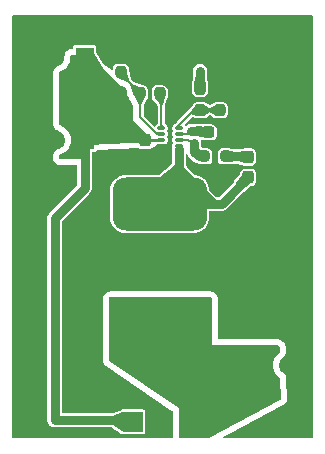
<source format=gtl>
G04 #@! TF.GenerationSoftware,KiCad,Pcbnew,8.0.6*
G04 #@! TF.CreationDate,2024-11-13T16:27:34-08:00*
G04 #@! TF.ProjectId,snes_switching_regulator,736e6573-5f73-4776-9974-6368696e675f,A*
G04 #@! TF.SameCoordinates,Original*
G04 #@! TF.FileFunction,Copper,L1,Top*
G04 #@! TF.FilePolarity,Positive*
%FSLAX46Y46*%
G04 Gerber Fmt 4.6, Leading zero omitted, Abs format (unit mm)*
G04 Created by KiCad (PCBNEW 8.0.6) date 2024-11-13 16:27:34*
%MOMM*%
%LPD*%
G01*
G04 APERTURE LIST*
G04 Aperture macros list*
%AMRoundRect*
0 Rectangle with rounded corners*
0 $1 Rounding radius*
0 $2 $3 $4 $5 $6 $7 $8 $9 X,Y pos of 4 corners*
0 Add a 4 corners polygon primitive as box body*
4,1,4,$2,$3,$4,$5,$6,$7,$8,$9,$2,$3,0*
0 Add four circle primitives for the rounded corners*
1,1,$1+$1,$2,$3*
1,1,$1+$1,$4,$5*
1,1,$1+$1,$6,$7*
1,1,$1+$1,$8,$9*
0 Add four rect primitives between the rounded corners*
20,1,$1+$1,$2,$3,$4,$5,0*
20,1,$1+$1,$4,$5,$6,$7,0*
20,1,$1+$1,$6,$7,$8,$9,0*
20,1,$1+$1,$8,$9,$2,$3,0*%
G04 Aperture macros list end*
G04 #@! TA.AperFunction,SMDPad,CuDef*
%ADD10RoundRect,0.237500X0.237500X-0.250000X0.237500X0.250000X-0.237500X0.250000X-0.237500X-0.250000X0*%
G04 #@! TD*
G04 #@! TA.AperFunction,ComponentPad*
%ADD11R,1.600000X1.600000*%
G04 #@! TD*
G04 #@! TA.AperFunction,ComponentPad*
%ADD12C,1.600000*%
G04 #@! TD*
G04 #@! TA.AperFunction,SMDPad,CuDef*
%ADD13RoundRect,0.237500X-0.237500X0.300000X-0.237500X-0.300000X0.237500X-0.300000X0.237500X0.300000X0*%
G04 #@! TD*
G04 #@! TA.AperFunction,SMDPad,CuDef*
%ADD14RoundRect,1.125000X-2.875000X1.125000X-2.875000X-1.125000X2.875000X-1.125000X2.875000X1.125000X0*%
G04 #@! TD*
G04 #@! TA.AperFunction,SMDPad,CuDef*
%ADD15RoundRect,0.237500X-0.250000X-0.237500X0.250000X-0.237500X0.250000X0.237500X-0.250000X0.237500X0*%
G04 #@! TD*
G04 #@! TA.AperFunction,SMDPad,CuDef*
%ADD16RoundRect,0.050000X-0.285000X-0.100000X0.285000X-0.100000X0.285000X0.100000X-0.285000X0.100000X0*%
G04 #@! TD*
G04 #@! TA.AperFunction,SMDPad,CuDef*
%ADD17RoundRect,0.237500X-0.300000X-0.237500X0.300000X-0.237500X0.300000X0.237500X-0.300000X0.237500X0*%
G04 #@! TD*
G04 #@! TA.AperFunction,ComponentPad*
%ADD18O,1.700000X1.700000*%
G04 #@! TD*
G04 #@! TA.AperFunction,ComponentPad*
%ADD19R,1.700000X1.700000*%
G04 #@! TD*
G04 #@! TA.AperFunction,ViaPad*
%ADD20C,0.600000*%
G04 #@! TD*
G04 #@! TA.AperFunction,Conductor*
%ADD21C,0.800000*%
G04 #@! TD*
G04 #@! TA.AperFunction,Conductor*
%ADD22C,0.200000*%
G04 #@! TD*
G04 #@! TA.AperFunction,Conductor*
%ADD23C,0.250000*%
G04 #@! TD*
G04 APERTURE END LIST*
D10*
X134112000Y-105744000D03*
X134112000Y-107569000D03*
D11*
X129412380Y-104481000D03*
D12*
X126912380Y-104481000D03*
D13*
X134493000Y-113284000D03*
X134493000Y-111559000D03*
D10*
X139192000Y-107164500D03*
X139192000Y-108989500D03*
D14*
X135763000Y-116924000D03*
X135763000Y-127424000D03*
D10*
X140843000Y-107164500D03*
X140843000Y-108989500D03*
D15*
X141374500Y-112903000D03*
X139549500Y-112903000D03*
D10*
X135763000Y-105744000D03*
X135763000Y-107569000D03*
D16*
X137392000Y-110502000D03*
X137392000Y-111002000D03*
X137392000Y-111502000D03*
X137392000Y-112002000D03*
X135912000Y-112002000D03*
X135912000Y-111502000D03*
X135912000Y-111002000D03*
X135912000Y-110502000D03*
D10*
X132461000Y-105744000D03*
X132461000Y-107569000D03*
D11*
X129452380Y-111506000D03*
D12*
X126952380Y-111506000D03*
D17*
X141578500Y-110871000D03*
X139853500Y-110871000D03*
D13*
X143256000Y-114681000D03*
X143256000Y-112956000D03*
D11*
X144185000Y-130556000D03*
D12*
X146685000Y-130556000D03*
D18*
X138557000Y-135382000D03*
X136017000Y-135382000D03*
D19*
X133477000Y-135382000D03*
D20*
X127889000Y-133985000D03*
X143510000Y-125984000D03*
X125857000Y-133985000D03*
X131699000Y-113792000D03*
X148336000Y-108458000D03*
X145034000Y-113538000D03*
X124333000Y-126238000D03*
X148336000Y-116078000D03*
X148336000Y-109728000D03*
X148336000Y-118745000D03*
X145034000Y-107188000D03*
X137033000Y-105537000D03*
X146812000Y-127254000D03*
X148336000Y-107188000D03*
X146812000Y-133731000D03*
X148336000Y-120015000D03*
X127889000Y-130048000D03*
X129159000Y-131318000D03*
X146812000Y-136271000D03*
X123698000Y-106426000D03*
X145034000Y-117602000D03*
X127889000Y-127508000D03*
X145034000Y-122682000D03*
X148336000Y-133731000D03*
X125222000Y-108966000D03*
X145034000Y-120015000D03*
X129159000Y-132715000D03*
X143510000Y-117602000D03*
X123698000Y-107696000D03*
X148336000Y-128651000D03*
X148336000Y-135001000D03*
X125857000Y-127508000D03*
X123698000Y-105156000D03*
X123698000Y-114046000D03*
X127889000Y-128905000D03*
X135763000Y-113919000D03*
X148336000Y-121412000D03*
X145034000Y-121412000D03*
X143510000Y-110998000D03*
X145034000Y-108458000D03*
X124333000Y-131318000D03*
X129159000Y-124841000D03*
X125222000Y-103886000D03*
X129159000Y-127508000D03*
X123698000Y-108966000D03*
X147066000Y-109728000D03*
X148336000Y-136271000D03*
X125222000Y-110236000D03*
X147066000Y-112268000D03*
X147066000Y-122682000D03*
X129159000Y-123571000D03*
X125222000Y-107696000D03*
X129159000Y-128905000D03*
X147066000Y-107188000D03*
X148336000Y-127254000D03*
X127889000Y-122428000D03*
X133223000Y-113792000D03*
X143510000Y-107188000D03*
X125222000Y-105156000D03*
X124333000Y-130048000D03*
X147066000Y-121412000D03*
X125857000Y-122428000D03*
X125222000Y-112776000D03*
X146812000Y-128651000D03*
X129159000Y-122428000D03*
X124333000Y-133985000D03*
X123698000Y-112776000D03*
X124333000Y-123571000D03*
X147066000Y-120015000D03*
X147066000Y-118745000D03*
X143510000Y-121412000D03*
X137033000Y-108077000D03*
X145034000Y-118745000D03*
X146812000Y-135001000D03*
X143510000Y-108458000D03*
X127889000Y-124841000D03*
X125857000Y-131318000D03*
X143510000Y-120015000D03*
X127889000Y-131318000D03*
X124333000Y-132715000D03*
X145034000Y-114808000D03*
X148336000Y-122682000D03*
X125857000Y-124841000D03*
X125857000Y-130048000D03*
X145034000Y-116078000D03*
X137033000Y-109347000D03*
X134112000Y-104624500D03*
X127889000Y-123571000D03*
X137033000Y-106807000D03*
X148336000Y-125984000D03*
X145034000Y-109728000D03*
X141986000Y-108458000D03*
X147066000Y-117602000D03*
X141986000Y-109728000D03*
X143510000Y-124714000D03*
X147066000Y-116078000D03*
X125222000Y-111506000D03*
X135763000Y-104624500D03*
X135763000Y-113030000D03*
X147066000Y-113538000D03*
X148336000Y-117602000D03*
X124333000Y-122428000D03*
X133223000Y-112649000D03*
X127889000Y-126238000D03*
X131699000Y-112649000D03*
X127889000Y-132715000D03*
X145034000Y-112268000D03*
X129159000Y-130048000D03*
X124333000Y-124841000D03*
X125857000Y-126238000D03*
X148336000Y-110998000D03*
X123698000Y-103886000D03*
X148336000Y-113538000D03*
X125222000Y-106426000D03*
X143510000Y-122682000D03*
X147066000Y-108458000D03*
X129159000Y-126238000D03*
X146812000Y-125984000D03*
X125222000Y-114046000D03*
X124333000Y-128905000D03*
X148336000Y-112268000D03*
X143510000Y-118745000D03*
X125857000Y-132715000D03*
X125857000Y-128905000D03*
X147066000Y-114808000D03*
X123698000Y-111506000D03*
X143510000Y-109728000D03*
X145034000Y-110998000D03*
X148336000Y-114808000D03*
X123698000Y-110236000D03*
X143510000Y-127381000D03*
X147066000Y-110998000D03*
X141986000Y-107188000D03*
X124333000Y-127508000D03*
X129159000Y-133985000D03*
X125857000Y-123571000D03*
X139192000Y-105664000D03*
D21*
X141374500Y-112903000D02*
X143203000Y-112903000D01*
D22*
X143203000Y-112903000D02*
X143256000Y-112956000D01*
X137392000Y-112246000D02*
X137392000Y-112002000D01*
D21*
X137414000Y-114046000D02*
X137457000Y-114046000D01*
X143256000Y-114681000D02*
X141013000Y-116924000D01*
D22*
X137392000Y-115295000D02*
X135763000Y-116924000D01*
D21*
X137457000Y-114046000D02*
X140335000Y-116924000D01*
X141013000Y-116924000D02*
X140335000Y-116924000D01*
X137414000Y-115273000D02*
X135763000Y-116924000D01*
X137414000Y-114046000D02*
X137414000Y-115273000D01*
X140335000Y-116924000D02*
X135763000Y-116924000D01*
X137414000Y-112268000D02*
X137414000Y-114046000D01*
D22*
X137414000Y-112024000D02*
X137392000Y-112002000D01*
X137414000Y-112268000D02*
X137392000Y-112246000D01*
D21*
X135763000Y-104624500D02*
X135763000Y-105744000D01*
X134112000Y-104624500D02*
X134112000Y-105744000D01*
D22*
X138430000Y-110744000D02*
X138172000Y-111002000D01*
X139726500Y-110744000D02*
X139853500Y-110871000D01*
D21*
X138430000Y-110744000D02*
X139726500Y-110744000D01*
D22*
X138172000Y-111002000D02*
X137392000Y-111002000D01*
D21*
X139192000Y-105664000D02*
X139192000Y-107164500D01*
D22*
X137392000Y-110502000D02*
X137392000Y-110258000D01*
X139192000Y-108989500D02*
X140843000Y-108989500D01*
X137392000Y-110258000D02*
X138660500Y-108989500D01*
X138660500Y-108989500D02*
X139192000Y-108989500D01*
X135912000Y-107718000D02*
X135763000Y-107569000D01*
X135912000Y-110502000D02*
X135912000Y-107718000D01*
X134112000Y-107569000D02*
X134112000Y-109601000D01*
X132461000Y-105918000D02*
X134112000Y-107569000D01*
X135513000Y-111002000D02*
X135912000Y-111002000D01*
X132461000Y-105744000D02*
X132461000Y-105918000D01*
X134112000Y-109601000D02*
X135513000Y-111002000D01*
X138172000Y-111502000D02*
X137392000Y-111502000D01*
X138493500Y-111569500D02*
X138684000Y-111760000D01*
D21*
X138684000Y-112522000D02*
X139065000Y-112903000D01*
D22*
X138239500Y-111569500D02*
X138172000Y-111502000D01*
X139065000Y-112903000D02*
X139549500Y-112903000D01*
D21*
X138684000Y-111760000D02*
X138684000Y-112522000D01*
D22*
X138239500Y-111569500D02*
X138493500Y-111569500D01*
D21*
X129413000Y-111545380D02*
X129452380Y-111506000D01*
X132461000Y-107569000D02*
X132461000Y-109527000D01*
X126873000Y-135255000D02*
X126873000Y-118110000D01*
X129452380Y-111506000D02*
X129452380Y-104521000D01*
X132461000Y-109527000D02*
X134493000Y-111559000D01*
X126873000Y-118110000D02*
X129413000Y-115570000D01*
X129452380Y-104521000D02*
X129412380Y-104481000D01*
D23*
X135001000Y-111506000D02*
X135908000Y-111506000D01*
D21*
X129413000Y-115570000D02*
X129413000Y-111545380D01*
X129412380Y-104520380D02*
X132461000Y-107569000D01*
X129412380Y-104481000D02*
X129412380Y-104520380D01*
X133350000Y-135255000D02*
X126873000Y-135255000D01*
X133477000Y-135382000D02*
X133350000Y-135255000D01*
G04 #@! TA.AperFunction,Conductor*
G36*
X140151039Y-124860685D02*
G01*
X140196794Y-124913489D01*
X140208000Y-124965000D01*
X140208000Y-128905000D01*
X145802397Y-128905000D01*
X145869436Y-128924685D01*
X145915191Y-128977489D01*
X145926349Y-129025557D01*
X145937411Y-129423821D01*
X145919596Y-129491381D01*
X145884584Y-129528838D01*
X145845858Y-129555954D01*
X145684954Y-129716858D01*
X145554432Y-129903265D01*
X145554431Y-129903267D01*
X145458261Y-130109502D01*
X145458258Y-130109511D01*
X145399366Y-130329302D01*
X145399364Y-130329313D01*
X145379532Y-130555998D01*
X145379532Y-130556001D01*
X145399364Y-130782686D01*
X145399366Y-130782697D01*
X145458258Y-131002488D01*
X145458261Y-131002497D01*
X145554431Y-131208732D01*
X145554432Y-131208734D01*
X145684954Y-131395141D01*
X145845857Y-131556044D01*
X145845860Y-131556046D01*
X145845861Y-131556047D01*
X145948534Y-131627939D01*
X145992159Y-131682514D01*
X146001363Y-131726070D01*
X146047883Y-133400821D01*
X146030068Y-133468381D01*
X145982990Y-133513296D01*
X139981633Y-136764032D01*
X139922574Y-136779000D01*
X137538000Y-136779000D01*
X137470961Y-136759315D01*
X137425206Y-136706511D01*
X137414000Y-136655000D01*
X137414000Y-134238999D01*
X131499214Y-130211911D01*
X131454877Y-130157911D01*
X131445000Y-130109413D01*
X131445000Y-124965000D01*
X131464685Y-124897961D01*
X131517489Y-124852206D01*
X131569000Y-124841000D01*
X140084000Y-124841000D01*
X140151039Y-124860685D01*
G37*
G04 #@! TD.AperFunction*
G04 #@! TA.AperFunction,Conductor*
G36*
X128991896Y-104314948D02*
G01*
X129058365Y-104336474D01*
X129060912Y-104338260D01*
X131444789Y-106054876D01*
X131487689Y-106110025D01*
X131494406Y-106137629D01*
X131494408Y-106137629D01*
X131494422Y-106137695D01*
X131495686Y-106142889D01*
X131495824Y-106144246D01*
X131495825Y-106144250D01*
X131495826Y-106144253D01*
X131550092Y-106308016D01*
X131640660Y-106454850D01*
X131762650Y-106576840D01*
X131909484Y-106667408D01*
X132073247Y-106721674D01*
X132079863Y-106723090D01*
X132079688Y-106723903D01*
X132114253Y-106733948D01*
X132723731Y-107038947D01*
X132755920Y-107062155D01*
X132840012Y-107146248D01*
X132867774Y-107188666D01*
X133131123Y-107860346D01*
X133139037Y-107893007D01*
X133146826Y-107969253D01*
X133146826Y-107969256D01*
X133165345Y-108025141D01*
X133166867Y-108031069D01*
X133167019Y-108031026D01*
X133168701Y-108036872D01*
X133170553Y-108041529D01*
X133173033Y-108048339D01*
X133201094Y-108133022D01*
X133211824Y-108150418D01*
X133221502Y-108169678D01*
X133221856Y-108170569D01*
X133221860Y-108170578D01*
X133307020Y-108318891D01*
X133495034Y-108646335D01*
X133511500Y-108708079D01*
X133511500Y-109514330D01*
X133511499Y-109514348D01*
X133511499Y-109680054D01*
X133511498Y-109680054D01*
X133511499Y-109680057D01*
X133552423Y-109832785D01*
X133578973Y-109878771D01*
X133631477Y-109969712D01*
X133631481Y-109969717D01*
X133750349Y-110088585D01*
X133750355Y-110088590D01*
X135028139Y-111366374D01*
X135028149Y-111366385D01*
X135032479Y-111370715D01*
X135032480Y-111370716D01*
X135127049Y-111465285D01*
X135160533Y-111526606D01*
X135155549Y-111596298D01*
X135113678Y-111652232D01*
X135048214Y-111676649D01*
X135044654Y-111676852D01*
X129675320Y-111905999D01*
X129433665Y-113058448D01*
X129400641Y-113120021D01*
X129339571Y-113153965D01*
X129312304Y-113157000D01*
X127378000Y-113157000D01*
X127310961Y-113137315D01*
X127265206Y-113084511D01*
X127254000Y-113033000D01*
X127254000Y-112866707D01*
X127273685Y-112799668D01*
X127326489Y-112753913D01*
X127345907Y-112746932D01*
X127363685Y-112742168D01*
X127398876Y-112732739D01*
X127605114Y-112636568D01*
X127791519Y-112506047D01*
X127952427Y-112345139D01*
X128082948Y-112158734D01*
X128179119Y-111952496D01*
X128238015Y-111732692D01*
X128257848Y-111506000D01*
X128238015Y-111279308D01*
X128179119Y-111059504D01*
X128082948Y-110853266D01*
X127952427Y-110666861D01*
X127952425Y-110666858D01*
X127791521Y-110505954D01*
X127605114Y-110375432D01*
X127605112Y-110375431D01*
X127398875Y-110279260D01*
X127345905Y-110265067D01*
X127286245Y-110228702D01*
X127255717Y-110165855D01*
X127254000Y-110145293D01*
X127254000Y-105830989D01*
X127273685Y-105763950D01*
X127326489Y-105718195D01*
X127345909Y-105711214D01*
X127358863Y-105707743D01*
X127358868Y-105707740D01*
X127358876Y-105707739D01*
X127565114Y-105611568D01*
X127751519Y-105481047D01*
X127912427Y-105320139D01*
X128042948Y-105133734D01*
X128139119Y-104927496D01*
X128198015Y-104707692D01*
X128217848Y-104481000D01*
X128213538Y-104431736D01*
X128227305Y-104363237D01*
X128275920Y-104313054D01*
X128340485Y-104296976D01*
X128991896Y-104314948D01*
G37*
G04 #@! TD.AperFunction*
G04 #@! TA.AperFunction,Conductor*
G36*
X148710148Y-100971852D02*
G01*
X148724500Y-101006500D01*
X148724500Y-136737500D01*
X148710148Y-136772148D01*
X148675500Y-136786500D01*
X141194838Y-136786500D01*
X141160190Y-136772148D01*
X141145838Y-136737500D01*
X141160190Y-136702852D01*
X141171500Y-136694415D01*
X141655035Y-136432500D01*
X146223751Y-133957778D01*
X146331932Y-133879042D01*
X146379010Y-133834127D01*
X146462748Y-133729759D01*
X146518860Y-133597271D01*
X146536675Y-133529711D01*
X146553188Y-133386785D01*
X146506668Y-131712034D01*
X146495941Y-131621559D01*
X146493085Y-131608045D01*
X146486742Y-131578024D01*
X146486737Y-131578004D01*
X146459941Y-131490915D01*
X146459940Y-131490913D01*
X146387013Y-131366887D01*
X146387012Y-131366885D01*
X146343387Y-131312310D01*
X146343384Y-131312307D01*
X146238478Y-131213858D01*
X146238477Y-131213857D01*
X146175533Y-131169784D01*
X146168990Y-131164293D01*
X146076706Y-131072009D01*
X146071215Y-131065466D01*
X145996337Y-130958527D01*
X145992067Y-130951131D01*
X145936898Y-130832823D01*
X145933977Y-130824796D01*
X145900193Y-130698712D01*
X145898712Y-130690316D01*
X145887335Y-130560261D01*
X145887335Y-130551734D01*
X145898712Y-130421680D01*
X145900193Y-130413286D01*
X145933979Y-130287194D01*
X145936895Y-130279180D01*
X145992068Y-130160862D01*
X145996337Y-130153470D01*
X146071219Y-130046525D01*
X146076700Y-130039994D01*
X146168991Y-129947703D01*
X146173636Y-129943869D01*
X146173513Y-129943711D01*
X146174518Y-129942926D01*
X146174518Y-129942925D01*
X146174525Y-129942921D01*
X146253876Y-129874024D01*
X146288888Y-129836567D01*
X146352276Y-129752759D01*
X146408388Y-129620271D01*
X146426203Y-129552711D01*
X146442716Y-129409786D01*
X146431654Y-129011522D01*
X146418757Y-128911255D01*
X146407599Y-128863187D01*
X146375010Y-128767496D01*
X146297222Y-128646457D01*
X146297221Y-128646456D01*
X146297220Y-128646454D01*
X146251467Y-128593652D01*
X146142733Y-128499433D01*
X146142730Y-128499431D01*
X146011857Y-128439662D01*
X145944821Y-128419977D01*
X145944801Y-128419974D01*
X145802401Y-128399500D01*
X145802397Y-128399500D01*
X140762500Y-128399500D01*
X140727852Y-128385148D01*
X140713500Y-128350500D01*
X140713500Y-124964993D01*
X140701948Y-124857557D01*
X140701947Y-124857544D01*
X140690741Y-124806033D01*
X140656613Y-124703496D01*
X140578825Y-124582457D01*
X140578824Y-124582456D01*
X140578823Y-124582454D01*
X140533070Y-124529652D01*
X140424336Y-124435433D01*
X140424333Y-124435431D01*
X140293460Y-124375662D01*
X140226424Y-124355977D01*
X140226404Y-124355974D01*
X140084004Y-124335500D01*
X140084000Y-124335500D01*
X131569000Y-124335500D01*
X131568994Y-124335500D01*
X131461557Y-124347051D01*
X131461534Y-124347054D01*
X131410039Y-124358257D01*
X131410019Y-124358263D01*
X131307496Y-124392387D01*
X131307492Y-124392389D01*
X131186454Y-124470176D01*
X131133652Y-124515929D01*
X131039433Y-124624663D01*
X131039431Y-124624666D01*
X130979662Y-124755539D01*
X130959977Y-124822575D01*
X130959974Y-124822595D01*
X130939500Y-124964995D01*
X130939500Y-130109412D01*
X130949667Y-130210286D01*
X130949668Y-130210293D01*
X130959541Y-130258776D01*
X130989645Y-130355624D01*
X131064188Y-130478679D01*
X131064197Y-130478692D01*
X131091566Y-130512025D01*
X131108529Y-130532685D01*
X131214723Y-130629757D01*
X136660385Y-134337441D01*
X136887077Y-134491784D01*
X136907640Y-134523146D01*
X136908500Y-134532287D01*
X136908500Y-136655006D01*
X136916806Y-136732262D01*
X136906241Y-136768246D01*
X136873325Y-136786219D01*
X136868087Y-136786500D01*
X123358500Y-136786500D01*
X123323852Y-136772148D01*
X123309500Y-136737500D01*
X123309500Y-118030940D01*
X126272499Y-118030940D01*
X126272499Y-118193000D01*
X126272500Y-118193013D01*
X126272500Y-135334060D01*
X126313422Y-135486782D01*
X126313423Y-135486786D01*
X126392475Y-135623709D01*
X126392478Y-135623713D01*
X126392480Y-135623716D01*
X126504284Y-135735520D01*
X126504287Y-135735521D01*
X126504290Y-135735524D01*
X126641213Y-135814576D01*
X126641215Y-135814576D01*
X126641216Y-135814577D01*
X126761665Y-135846851D01*
X126793939Y-135855499D01*
X126793940Y-135855500D01*
X126793943Y-135855500D01*
X131697581Y-135855500D01*
X131723002Y-135862610D01*
X132416875Y-136283691D01*
X132436722Y-136306826D01*
X132438132Y-136310230D01*
X132482447Y-136376552D01*
X132509012Y-136394301D01*
X132548769Y-136420867D01*
X132607252Y-136432500D01*
X132607255Y-136432500D01*
X134346745Y-136432500D01*
X134346748Y-136432500D01*
X134405231Y-136420867D01*
X134471552Y-136376552D01*
X134515867Y-136310231D01*
X134527500Y-136251748D01*
X134527500Y-134512252D01*
X134515867Y-134453769D01*
X134489301Y-134414012D01*
X134471552Y-134387447D01*
X134431795Y-134360882D01*
X134405231Y-134343133D01*
X134346748Y-134331500D01*
X134346745Y-134331500D01*
X132648758Y-134331500D01*
X132636447Y-134329928D01*
X132634962Y-134329542D01*
X132630484Y-134329409D01*
X132626009Y-134329277D01*
X132626008Y-134329277D01*
X132626007Y-134329277D01*
X132622142Y-134329928D01*
X132616841Y-134330820D01*
X132608709Y-134331500D01*
X132607251Y-134331500D01*
X132577377Y-134337441D01*
X132575956Y-134337702D01*
X132546930Y-134342589D01*
X132546921Y-134342591D01*
X131806076Y-134624113D01*
X131763880Y-134640148D01*
X131734522Y-134651304D01*
X131717116Y-134654500D01*
X127522500Y-134654500D01*
X127487852Y-134640148D01*
X127473500Y-134605500D01*
X127473500Y-118379030D01*
X127487851Y-118344383D01*
X129777681Y-116054552D01*
X129777686Y-116054549D01*
X129781714Y-116050520D01*
X129781716Y-116050520D01*
X129893520Y-115938716D01*
X129972577Y-115801784D01*
X129988829Y-115741129D01*
X131562500Y-115741129D01*
X131562500Y-118106864D01*
X131562501Y-118106871D01*
X131577651Y-118280051D01*
X131577652Y-118280058D01*
X131637677Y-118504071D01*
X131637679Y-118504076D01*
X131735697Y-118714280D01*
X131735704Y-118714292D01*
X131868725Y-118904263D01*
X131868731Y-118904270D01*
X132032729Y-119068268D01*
X132032736Y-119068274D01*
X132222707Y-119201295D01*
X132222719Y-119201302D01*
X132299227Y-119236977D01*
X132432921Y-119299320D01*
X132432927Y-119299321D01*
X132432928Y-119299322D01*
X132656941Y-119359347D01*
X132656945Y-119359347D01*
X132656950Y-119359349D01*
X132830129Y-119374500D01*
X138695870Y-119374499D01*
X138869050Y-119359349D01*
X138869056Y-119359347D01*
X138869058Y-119359347D01*
X138981064Y-119329334D01*
X139093079Y-119299320D01*
X139303282Y-119201301D01*
X139303283Y-119201300D01*
X139303292Y-119201295D01*
X139493263Y-119068274D01*
X139493269Y-119068270D01*
X139657270Y-118904269D01*
X139679521Y-118872490D01*
X139790295Y-118714292D01*
X139790302Y-118714280D01*
X139794806Y-118704619D01*
X139888320Y-118504079D01*
X139948349Y-118280050D01*
X139963500Y-118106871D01*
X139963500Y-117573500D01*
X139977852Y-117538852D01*
X140012500Y-117524500D01*
X140252930Y-117524500D01*
X140252946Y-117524501D01*
X140255943Y-117524501D01*
X140417055Y-117524501D01*
X140417071Y-117524500D01*
X140930930Y-117524500D01*
X140930946Y-117524501D01*
X140933943Y-117524501D01*
X141092059Y-117524501D01*
X141193875Y-117497218D01*
X141244785Y-117483577D01*
X141244786Y-117483576D01*
X141244790Y-117483575D01*
X141294892Y-117454646D01*
X141294892Y-117454645D01*
X141294904Y-117454639D01*
X141381716Y-117404520D01*
X141493520Y-117292716D01*
X141493520Y-117292714D01*
X141497549Y-117288686D01*
X141497553Y-117288681D01*
X142891051Y-115895182D01*
X142902400Y-115886725D01*
X142911785Y-115881654D01*
X143456743Y-115430263D01*
X143488000Y-115419000D01*
X143546246Y-115419000D01*
X143546256Y-115419000D01*
X143575849Y-115416225D01*
X143700475Y-115372616D01*
X143806711Y-115294211D01*
X143885116Y-115187975D01*
X143928725Y-115063349D01*
X143931500Y-115033756D01*
X143931500Y-114328244D01*
X143928725Y-114298651D01*
X143885116Y-114174025D01*
X143885114Y-114174022D01*
X143885115Y-114174022D01*
X143806711Y-114067788D01*
X143700477Y-113989385D01*
X143700475Y-113989384D01*
X143663069Y-113976294D01*
X143575851Y-113945775D01*
X143575842Y-113945774D01*
X143546267Y-113943001D01*
X143546266Y-113943000D01*
X143546256Y-113943000D01*
X142965744Y-113943000D01*
X142965734Y-113943000D01*
X142965732Y-113943001D01*
X142936157Y-113945774D01*
X142936148Y-113945775D01*
X142811522Y-113989385D01*
X142705288Y-114067788D01*
X142626885Y-114174022D01*
X142583275Y-114298648D01*
X142583274Y-114298657D01*
X142580501Y-114328232D01*
X142580500Y-114328253D01*
X142580500Y-114385272D01*
X142568944Y-114416878D01*
X142056707Y-115023738D01*
X142049800Y-115035642D01*
X142042067Y-115045696D01*
X140778617Y-116309148D01*
X140743969Y-116323500D01*
X140604032Y-116323500D01*
X140569384Y-116309148D01*
X139972479Y-115712244D01*
X139958314Y-115681868D01*
X139948349Y-115567950D01*
X139888320Y-115343921D01*
X139815602Y-115187977D01*
X139790302Y-115133719D01*
X139790295Y-115133707D01*
X139657274Y-114943736D01*
X139657268Y-114943729D01*
X139493270Y-114779731D01*
X139493263Y-114779725D01*
X139303292Y-114646704D01*
X139303280Y-114646697D01*
X139150263Y-114575345D01*
X139093079Y-114548680D01*
X139093076Y-114548679D01*
X139093071Y-114548677D01*
X138869058Y-114488652D01*
X138869052Y-114488651D01*
X138755130Y-114478684D01*
X138724753Y-114464518D01*
X138058820Y-113798585D01*
X138045551Y-113774180D01*
X138016940Y-113640306D01*
X138016935Y-113640293D01*
X138016450Y-113638620D01*
X138016572Y-113638584D01*
X138016579Y-113638582D01*
X138016887Y-113638492D01*
X138014500Y-113624938D01*
X138014500Y-112715740D01*
X138028852Y-112681092D01*
X138063500Y-112666740D01*
X138098148Y-112681092D01*
X138110830Y-112703058D01*
X138124422Y-112753784D01*
X138124423Y-112753786D01*
X138134643Y-112771486D01*
X138134645Y-112771489D01*
X138203475Y-112890709D01*
X138203482Y-112890718D01*
X138318074Y-113005310D01*
X138318080Y-113005315D01*
X138696284Y-113383519D01*
X138746402Y-113412455D01*
X138833212Y-113462575D01*
X138833218Y-113462577D01*
X138985939Y-113503500D01*
X138985942Y-113503500D01*
X139037627Y-113503500D01*
X139066723Y-113513074D01*
X139092522Y-113532114D01*
X139092525Y-113532116D01*
X139217151Y-113575725D01*
X139246744Y-113578500D01*
X139246754Y-113578500D01*
X139852246Y-113578500D01*
X139852256Y-113578500D01*
X139881849Y-113575725D01*
X140006475Y-113532116D01*
X140112711Y-113453711D01*
X140191116Y-113347475D01*
X140234725Y-113222849D01*
X140237500Y-113193256D01*
X140237500Y-112612744D01*
X140686500Y-112612744D01*
X140686500Y-113193256D01*
X140686500Y-113193266D01*
X140686501Y-113193267D01*
X140689274Y-113222842D01*
X140689275Y-113222851D01*
X140714348Y-113294503D01*
X140732884Y-113347475D01*
X140732885Y-113347477D01*
X140732884Y-113347477D01*
X140811288Y-113453711D01*
X140893225Y-113514182D01*
X140917525Y-113532116D01*
X141042151Y-113575725D01*
X141071744Y-113578500D01*
X141618480Y-113578500D01*
X141622956Y-113578705D01*
X141653882Y-113581542D01*
X141653883Y-113581542D01*
X141653883Y-113581541D01*
X141653884Y-113581542D01*
X142300063Y-113513522D01*
X142314679Y-113514181D01*
X142735432Y-113597277D01*
X142755029Y-113605920D01*
X142811525Y-113647616D01*
X142936151Y-113691225D01*
X142965744Y-113694000D01*
X142965754Y-113694000D01*
X143546246Y-113694000D01*
X143546256Y-113694000D01*
X143575849Y-113691225D01*
X143700475Y-113647616D01*
X143806711Y-113569211D01*
X143885116Y-113462975D01*
X143928725Y-113338349D01*
X143931500Y-113308756D01*
X143931500Y-112603244D01*
X143928725Y-112573651D01*
X143885116Y-112449025D01*
X143885114Y-112449022D01*
X143885115Y-112449022D01*
X143806711Y-112342788D01*
X143700477Y-112264385D01*
X143700475Y-112264384D01*
X143661126Y-112250615D01*
X143575851Y-112220775D01*
X143575842Y-112220774D01*
X143546267Y-112218001D01*
X143546266Y-112218000D01*
X143546256Y-112218000D01*
X142965744Y-112218000D01*
X142965734Y-112218000D01*
X142965732Y-112218001D01*
X142936157Y-112220774D01*
X142936145Y-112220776D01*
X142834034Y-112256506D01*
X142821437Y-112259125D01*
X142331893Y-112295046D01*
X142323178Y-112294908D01*
X141828085Y-112242794D01*
X141653881Y-112224457D01*
X141612401Y-112224300D01*
X141612400Y-112224300D01*
X141612396Y-112224300D01*
X141607718Y-112224757D01*
X141595881Y-112226792D01*
X141587583Y-112227500D01*
X141071744Y-112227500D01*
X141071734Y-112227500D01*
X141071732Y-112227501D01*
X141042157Y-112230274D01*
X141042148Y-112230275D01*
X140917522Y-112273885D01*
X140811288Y-112352288D01*
X140732885Y-112458522D01*
X140689275Y-112583148D01*
X140689275Y-112583151D01*
X140686500Y-112612744D01*
X140237500Y-112612744D01*
X140234725Y-112583151D01*
X140191116Y-112458525D01*
X140191114Y-112458522D01*
X140191115Y-112458522D01*
X140112711Y-112352288D01*
X140006477Y-112273885D01*
X140006475Y-112273884D01*
X139939977Y-112250615D01*
X139881851Y-112230275D01*
X139881842Y-112230274D01*
X139852267Y-112227501D01*
X139852266Y-112227500D01*
X139852256Y-112227500D01*
X139852246Y-112227500D01*
X139692600Y-112227500D01*
X139680308Y-112225480D01*
X139680236Y-112225795D01*
X139677893Y-112225252D01*
X139677890Y-112225251D01*
X139422728Y-112166160D01*
X139322445Y-112142937D01*
X139291928Y-112121138D01*
X139284500Y-112095200D01*
X139284500Y-111680940D01*
X139284499Y-111680939D01*
X139246457Y-111538964D01*
X139251352Y-111501782D01*
X139281105Y-111478952D01*
X139306251Y-111478895D01*
X139315081Y-111481218D01*
X139331704Y-111489177D01*
X139346525Y-111500116D01*
X139471151Y-111543725D01*
X139500744Y-111546500D01*
X139500754Y-111546500D01*
X140206246Y-111546500D01*
X140206256Y-111546500D01*
X140235849Y-111543725D01*
X140360475Y-111500116D01*
X140466711Y-111421711D01*
X140545116Y-111315475D01*
X140588725Y-111190849D01*
X140591500Y-111161256D01*
X140591500Y-110580744D01*
X140588725Y-110551151D01*
X140545116Y-110426525D01*
X140545114Y-110426522D01*
X140545115Y-110426522D01*
X140466711Y-110320288D01*
X140360477Y-110241885D01*
X140360475Y-110241884D01*
X140301933Y-110221399D01*
X140235851Y-110198275D01*
X140235842Y-110198274D01*
X140206267Y-110195501D01*
X140206266Y-110195500D01*
X140206256Y-110195500D01*
X140206246Y-110195500D01*
X139990599Y-110195500D01*
X139966099Y-110188935D01*
X139958284Y-110184423D01*
X139958281Y-110184422D01*
X139958282Y-110184422D01*
X139805560Y-110143500D01*
X139805557Y-110143500D01*
X138947647Y-110143500D01*
X138945207Y-110143439D01*
X138863511Y-110139365D01*
X138858295Y-110139171D01*
X138857755Y-110139158D01*
X138857745Y-110139159D01*
X138846767Y-110141202D01*
X138838876Y-110142672D01*
X138829909Y-110143500D01*
X138350940Y-110143500D01*
X138198217Y-110184422D01*
X138198213Y-110184423D01*
X138061290Y-110263475D01*
X138061281Y-110263482D01*
X137995629Y-110329134D01*
X137960981Y-110343486D01*
X137926333Y-110329134D01*
X137915313Y-110308513D01*
X137914814Y-110308720D01*
X137912967Y-110304262D01*
X137885718Y-110263480D01*
X137878326Y-110252417D01*
X137871011Y-110215636D01*
X137884419Y-110190550D01*
X138474125Y-109600844D01*
X138508772Y-109586493D01*
X138520202Y-109587845D01*
X138807913Y-109656888D01*
X138824427Y-109659096D01*
X138834107Y-109661412D01*
X138872151Y-109674725D01*
X138901744Y-109677500D01*
X138901754Y-109677500D01*
X139482246Y-109677500D01*
X139482256Y-109677500D01*
X139511849Y-109674725D01*
X139636475Y-109631116D01*
X139649376Y-109621594D01*
X139653426Y-109618906D01*
X139992468Y-109417415D01*
X140029582Y-109412052D01*
X140042529Y-109417415D01*
X140329308Y-109587846D01*
X140381572Y-109618906D01*
X140385623Y-109621594D01*
X140398525Y-109631116D01*
X140467593Y-109655283D01*
X140468756Y-109655709D01*
X140469484Y-109655985D01*
X140470307Y-109656233D01*
X140523151Y-109674725D01*
X140552744Y-109677500D01*
X140552754Y-109677500D01*
X141133246Y-109677500D01*
X141133256Y-109677500D01*
X141162849Y-109674725D01*
X141287475Y-109631116D01*
X141393711Y-109552711D01*
X141472116Y-109446475D01*
X141515725Y-109321849D01*
X141518500Y-109292256D01*
X141518500Y-108686744D01*
X141515725Y-108657151D01*
X141472116Y-108532525D01*
X141472114Y-108532522D01*
X141472115Y-108532522D01*
X141393711Y-108426288D01*
X141287477Y-108347885D01*
X141287475Y-108347884D01*
X141250069Y-108334794D01*
X141162851Y-108304275D01*
X141162842Y-108304274D01*
X141133267Y-108301501D01*
X141133266Y-108301500D01*
X141133256Y-108301500D01*
X140552744Y-108301500D01*
X140552734Y-108301500D01*
X140552732Y-108301501D01*
X140523157Y-108304274D01*
X140523148Y-108304275D01*
X140398527Y-108347882D01*
X140398524Y-108347884D01*
X140385645Y-108357388D01*
X140381584Y-108360083D01*
X140042531Y-108561581D01*
X140005414Y-108566945D01*
X139992467Y-108561582D01*
X139653420Y-108360089D01*
X139649361Y-108357394D01*
X139636477Y-108347885D01*
X139636475Y-108347884D01*
X139610764Y-108338887D01*
X139567423Y-108323721D01*
X139566379Y-108323343D01*
X139566127Y-108323248D01*
X139565488Y-108323043D01*
X139511854Y-108304276D01*
X139511849Y-108304275D01*
X139511846Y-108304274D01*
X139511842Y-108304274D01*
X139482267Y-108301501D01*
X139482266Y-108301500D01*
X139482256Y-108301500D01*
X138901744Y-108301500D01*
X138901734Y-108301500D01*
X138901732Y-108301501D01*
X138872157Y-108304274D01*
X138872148Y-108304275D01*
X138747522Y-108347885D01*
X138641288Y-108426288D01*
X138562883Y-108532524D01*
X138561168Y-108535770D01*
X138560709Y-108535527D01*
X138556259Y-108543670D01*
X138138124Y-109080244D01*
X138138123Y-109080246D01*
X138133646Y-109088510D01*
X138125211Y-109099816D01*
X137207489Y-110017540D01*
X137151542Y-110073486D01*
X137120542Y-110127179D01*
X137090788Y-110150009D01*
X137082918Y-110151441D01*
X137082328Y-110151499D01*
X137009260Y-110166033D01*
X136926398Y-110221398D01*
X136871033Y-110304260D01*
X136856500Y-110377322D01*
X136856500Y-110626677D01*
X136871033Y-110699739D01*
X136887763Y-110724778D01*
X136895079Y-110761560D01*
X136887763Y-110779222D01*
X136871033Y-110804260D01*
X136856500Y-110877322D01*
X136856500Y-111126677D01*
X136871033Y-111199739D01*
X136887763Y-111224778D01*
X136895079Y-111261560D01*
X136887763Y-111279222D01*
X136871033Y-111304260D01*
X136856500Y-111377322D01*
X136856500Y-111626677D01*
X136871033Y-111699739D01*
X136887763Y-111724778D01*
X136895079Y-111761560D01*
X136887763Y-111779222D01*
X136871033Y-111804260D01*
X136856500Y-111877322D01*
X136856500Y-112022014D01*
X136854830Y-112034696D01*
X136813500Y-112188939D01*
X136813500Y-113548881D01*
X136799148Y-113583529D01*
X136795420Y-113586894D01*
X135718928Y-114462513D01*
X135688008Y-114473500D01*
X132830135Y-114473500D01*
X132830128Y-114473501D01*
X132656948Y-114488651D01*
X132656941Y-114488652D01*
X132432928Y-114548677D01*
X132432923Y-114548679D01*
X132222719Y-114646697D01*
X132222707Y-114646704D01*
X132032736Y-114779725D01*
X132032729Y-114779731D01*
X131868731Y-114943729D01*
X131868725Y-114943736D01*
X131735704Y-115133707D01*
X131735697Y-115133719D01*
X131637679Y-115343923D01*
X131637677Y-115343928D01*
X131577652Y-115567941D01*
X131577651Y-115567947D01*
X131562500Y-115741129D01*
X129988829Y-115741129D01*
X130013499Y-115649060D01*
X130013500Y-115649060D01*
X130013500Y-112761452D01*
X130014543Y-112751396D01*
X130020228Y-112724287D01*
X130057729Y-112545444D01*
X130078886Y-112514479D01*
X130105686Y-112506500D01*
X130272125Y-112506500D01*
X130272128Y-112506500D01*
X130330611Y-112494867D01*
X130396932Y-112450552D01*
X130430847Y-112399795D01*
X130462028Y-112378961D01*
X130469489Y-112378065D01*
X133998853Y-112227443D01*
X134030038Y-112236972D01*
X134048525Y-112250616D01*
X134127412Y-112278220D01*
X134172776Y-112294094D01*
X134173151Y-112294225D01*
X134202744Y-112297000D01*
X134202754Y-112297000D01*
X134783246Y-112297000D01*
X134783256Y-112297000D01*
X134812849Y-112294225D01*
X134937475Y-112250616D01*
X135016362Y-112192394D01*
X135043363Y-112182866D01*
X135066208Y-112181892D01*
X135066301Y-112181887D01*
X135066333Y-112181886D01*
X135073356Y-112181536D01*
X135073384Y-112181534D01*
X135073432Y-112181532D01*
X135076992Y-112181329D01*
X135084277Y-112180861D01*
X135224869Y-112150277D01*
X135289548Y-112126152D01*
X135290146Y-112125941D01*
X135290324Y-112125863D01*
X135290333Y-112125860D01*
X135290336Y-112125859D01*
X135416616Y-112056903D01*
X135518354Y-111955164D01*
X135560225Y-111899230D01*
X135571807Y-111878016D01*
X135601009Y-111854485D01*
X135614814Y-111852500D01*
X136221674Y-111852500D01*
X136294740Y-111837966D01*
X136377601Y-111782601D01*
X136432966Y-111699740D01*
X136447500Y-111626674D01*
X136447500Y-111377326D01*
X136432966Y-111304260D01*
X136416235Y-111279221D01*
X136408919Y-111242441D01*
X136416236Y-111224778D01*
X136432966Y-111199740D01*
X136447500Y-111126674D01*
X136447500Y-110877326D01*
X136432966Y-110804260D01*
X136416235Y-110779221D01*
X136408919Y-110742441D01*
X136416236Y-110724778D01*
X136432966Y-110699740D01*
X136447500Y-110626674D01*
X136447500Y-110377326D01*
X136432966Y-110304260D01*
X136377601Y-110221398D01*
X136294739Y-110166033D01*
X136251940Y-110157519D01*
X136220757Y-110136683D01*
X136212500Y-110109461D01*
X136212500Y-108587881D01*
X136215031Y-108572338D01*
X136226741Y-108537329D01*
X136412127Y-107983088D01*
X136418926Y-107950604D01*
X136420626Y-107944494D01*
X136435725Y-107901349D01*
X136438500Y-107871756D01*
X136438500Y-107266244D01*
X136435725Y-107236651D01*
X136392116Y-107112025D01*
X136392114Y-107112022D01*
X136392115Y-107112022D01*
X136313711Y-107005788D01*
X136207477Y-106927385D01*
X136207475Y-106927384D01*
X136205243Y-106926603D01*
X138513300Y-106926603D01*
X138513377Y-106927385D01*
X138513756Y-106931269D01*
X138513757Y-106931274D01*
X138515792Y-106943112D01*
X138516500Y-106951413D01*
X138516500Y-107467246D01*
X138516501Y-107467267D01*
X138519274Y-107496842D01*
X138519275Y-107496851D01*
X138549794Y-107584069D01*
X138562884Y-107621475D01*
X138562885Y-107621477D01*
X138562884Y-107621477D01*
X138641288Y-107727711D01*
X138747522Y-107806114D01*
X138747525Y-107806116D01*
X138872151Y-107849725D01*
X138901744Y-107852500D01*
X138901754Y-107852500D01*
X139482246Y-107852500D01*
X139482256Y-107852500D01*
X139511849Y-107849725D01*
X139636475Y-107806116D01*
X139742711Y-107727711D01*
X139821116Y-107621475D01*
X139864725Y-107496849D01*
X139867500Y-107467256D01*
X139867500Y-106920519D01*
X139867705Y-106916043D01*
X139870542Y-106885116D01*
X139870542Y-106885115D01*
X139869767Y-106877755D01*
X139797474Y-106190962D01*
X139797472Y-106190954D01*
X139794342Y-106179862D01*
X139792500Y-106166554D01*
X139792500Y-105584940D01*
X139792499Y-105584939D01*
X139751577Y-105432217D01*
X139751576Y-105432213D01*
X139672524Y-105295290D01*
X139672521Y-105295287D01*
X139672520Y-105295284D01*
X139560716Y-105183480D01*
X139560713Y-105183478D01*
X139560709Y-105183475D01*
X139423786Y-105104423D01*
X139423782Y-105104422D01*
X139271060Y-105063500D01*
X139271057Y-105063500D01*
X139112943Y-105063500D01*
X139112940Y-105063500D01*
X138960217Y-105104422D01*
X138960213Y-105104423D01*
X138823290Y-105183475D01*
X138823281Y-105183482D01*
X138711482Y-105295281D01*
X138711475Y-105295290D01*
X138632423Y-105432213D01*
X138632422Y-105432217D01*
X138591500Y-105584939D01*
X138591500Y-106167515D01*
X138589293Y-106182055D01*
X138586526Y-106190959D01*
X138586526Y-106190961D01*
X138513457Y-106885118D01*
X138513332Y-106918278D01*
X138513300Y-106926603D01*
X136205243Y-106926603D01*
X136170069Y-106914294D01*
X136082851Y-106883775D01*
X136082842Y-106883774D01*
X136053267Y-106881001D01*
X136053266Y-106881000D01*
X136053256Y-106881000D01*
X135472744Y-106881000D01*
X135472734Y-106881000D01*
X135472732Y-106881001D01*
X135443157Y-106883774D01*
X135443148Y-106883775D01*
X135318522Y-106927385D01*
X135212288Y-107005788D01*
X135133885Y-107112022D01*
X135090275Y-107236648D01*
X135090274Y-107236657D01*
X135087501Y-107266232D01*
X135087500Y-107266253D01*
X135087500Y-107871746D01*
X135087501Y-107871767D01*
X135090274Y-107901342D01*
X135090275Y-107901351D01*
X135133883Y-108025973D01*
X135133884Y-108025975D01*
X135199769Y-108115247D01*
X135203360Y-108120882D01*
X135206520Y-108126678D01*
X135206522Y-108126680D01*
X135528982Y-108513092D01*
X135528986Y-108513095D01*
X135600121Y-108598336D01*
X135611500Y-108629731D01*
X135611500Y-110109461D01*
X135597148Y-110144109D01*
X135572060Y-110157519D01*
X135529260Y-110166033D01*
X135446398Y-110221398D01*
X135391033Y-110304260D01*
X135383897Y-110340133D01*
X135363061Y-110371315D01*
X135326278Y-110378630D01*
X135301191Y-110365220D01*
X134426852Y-109490881D01*
X134412500Y-109456233D01*
X134412500Y-108608076D01*
X134419007Y-108583677D01*
X134431694Y-108561581D01*
X134731232Y-108039905D01*
X134734285Y-108035230D01*
X134741116Y-108025975D01*
X134756204Y-107982852D01*
X134756478Y-107982094D01*
X134765594Y-107957521D01*
X134765595Y-107957512D01*
X134766109Y-107955674D01*
X134767420Y-107950800D01*
X134784725Y-107901349D01*
X134787500Y-107871756D01*
X134787500Y-107266244D01*
X134784725Y-107236651D01*
X134741116Y-107112025D01*
X134741114Y-107112022D01*
X134741115Y-107112022D01*
X134662711Y-107005788D01*
X134556477Y-106927385D01*
X134556475Y-106927384D01*
X134519069Y-106914294D01*
X134431851Y-106883775D01*
X134431842Y-106883774D01*
X134402267Y-106881001D01*
X134402266Y-106881000D01*
X134402256Y-106881000D01*
X134402246Y-106881000D01*
X134356398Y-106881000D01*
X134338863Y-106877755D01*
X133549043Y-106575066D01*
X133531930Y-106563959D01*
X133365431Y-106397460D01*
X133352624Y-106375016D01*
X133138179Y-105541020D01*
X133138060Y-105540557D01*
X133138156Y-105540532D01*
X133136500Y-105528297D01*
X133136500Y-105441253D01*
X133136500Y-105441244D01*
X133133725Y-105411651D01*
X133090116Y-105287025D01*
X133090114Y-105287022D01*
X133090115Y-105287022D01*
X133011711Y-105180788D01*
X132905477Y-105102385D01*
X132905475Y-105102384D01*
X132868069Y-105089294D01*
X132780851Y-105058775D01*
X132780842Y-105058774D01*
X132751267Y-105056001D01*
X132751266Y-105056000D01*
X132751256Y-105056000D01*
X132170744Y-105056000D01*
X132170734Y-105056000D01*
X132170732Y-105056001D01*
X132141157Y-105058774D01*
X132141148Y-105058775D01*
X132016522Y-105102385D01*
X131910288Y-105180788D01*
X131831885Y-105287022D01*
X131788275Y-105411648D01*
X131788274Y-105411657D01*
X131785501Y-105441232D01*
X131785500Y-105441253D01*
X131785500Y-105581632D01*
X131771148Y-105616280D01*
X131736500Y-105630632D01*
X131707867Y-105621395D01*
X131006184Y-105116117D01*
X130992337Y-105100777D01*
X130419400Y-104104259D01*
X130412880Y-104079836D01*
X130412880Y-103661255D01*
X130412880Y-103661252D01*
X130401247Y-103602769D01*
X130374681Y-103563012D01*
X130356932Y-103536447D01*
X130317175Y-103509882D01*
X130290611Y-103492133D01*
X130232128Y-103480500D01*
X128592632Y-103480500D01*
X128534149Y-103492133D01*
X128467827Y-103536447D01*
X128423513Y-103602769D01*
X128411880Y-103661252D01*
X128411880Y-103661255D01*
X128411880Y-103742882D01*
X128397528Y-103777530D01*
X128362880Y-103791882D01*
X128361534Y-103791863D01*
X128354430Y-103791667D01*
X128354423Y-103791667D01*
X128218336Y-103806456D01*
X128153773Y-103822533D01*
X128026650Y-103873288D01*
X128026648Y-103873289D01*
X127912850Y-103961329D01*
X127864237Y-104011510D01*
X127864235Y-104011512D01*
X127779850Y-104128046D01*
X127731715Y-104263629D01*
X127731711Y-104263644D01*
X127717948Y-104332122D01*
X127717895Y-104332660D01*
X127717872Y-104333501D01*
X127709961Y-104475778D01*
X127709962Y-104475805D01*
X127710044Y-104476743D01*
X127710043Y-104485263D01*
X127698666Y-104615307D01*
X127697182Y-104623719D01*
X127663398Y-104749802D01*
X127660477Y-104757828D01*
X127605311Y-104876134D01*
X127601040Y-104883531D01*
X127526167Y-104990460D01*
X127520677Y-104997003D01*
X127428383Y-105089297D01*
X127421840Y-105094787D01*
X127314911Y-105169660D01*
X127307514Y-105173931D01*
X127179273Y-105233729D01*
X127175143Y-105235430D01*
X127155493Y-105242494D01*
X127116495Y-105258376D01*
X126995454Y-105336165D01*
X126942652Y-105381918D01*
X126848433Y-105490652D01*
X126848431Y-105490655D01*
X126788662Y-105621528D01*
X126768977Y-105688564D01*
X126768974Y-105688584D01*
X126748500Y-105830984D01*
X126748500Y-105830989D01*
X126748500Y-110145293D01*
X126748759Y-110151499D01*
X126750253Y-110187369D01*
X126751969Y-110207918D01*
X126757215Y-110249674D01*
X126801021Y-110386722D01*
X126801025Y-110386732D01*
X126831537Y-110449547D01*
X126831545Y-110449560D01*
X126831550Y-110449571D01*
X126831553Y-110449576D01*
X126912198Y-110568730D01*
X127023147Y-110660338D01*
X127082807Y-110696703D01*
X127082811Y-110696705D01*
X127215074Y-110753343D01*
X127221184Y-110754979D01*
X127229201Y-110757898D01*
X127347514Y-110813068D01*
X127354904Y-110817334D01*
X127461845Y-110892214D01*
X127468388Y-110897705D01*
X127560674Y-110989991D01*
X127566164Y-110996534D01*
X127641042Y-111103471D01*
X127645309Y-111110860D01*
X127668804Y-111161246D01*
X127700477Y-111229170D01*
X127703398Y-111237196D01*
X127737182Y-111363279D01*
X127738666Y-111371690D01*
X127750043Y-111501728D01*
X127750043Y-111510270D01*
X127738666Y-111640308D01*
X127737182Y-111648719D01*
X127703398Y-111774802D01*
X127700477Y-111782828D01*
X127645311Y-111901134D01*
X127641040Y-111908531D01*
X127566167Y-112015460D01*
X127560677Y-112022003D01*
X127468383Y-112114297D01*
X127461840Y-112119787D01*
X127354911Y-112194660D01*
X127347514Y-112198931D01*
X127229211Y-112254096D01*
X127221192Y-112257015D01*
X127215079Y-112258653D01*
X127174887Y-112271239D01*
X127157945Y-112277330D01*
X127155472Y-112278220D01*
X127139354Y-112284784D01*
X127116492Y-112294095D01*
X126995454Y-112371883D01*
X126942652Y-112417636D01*
X126848433Y-112526370D01*
X126848431Y-112526373D01*
X126788662Y-112657246D01*
X126768977Y-112724282D01*
X126768974Y-112724302D01*
X126748500Y-112866702D01*
X126748500Y-113033006D01*
X126760051Y-113140442D01*
X126760054Y-113140465D01*
X126771257Y-113191960D01*
X126771263Y-113191980D01*
X126805387Y-113294503D01*
X126805389Y-113294507D01*
X126883176Y-113415545D01*
X126928929Y-113468347D01*
X127037663Y-113562566D01*
X127037666Y-113562568D01*
X127073000Y-113578705D01*
X127168541Y-113622338D01*
X127199947Y-113631560D01*
X127235575Y-113642022D01*
X127235578Y-113642022D01*
X127235580Y-113642023D01*
X127235584Y-113642024D01*
X127378000Y-113662500D01*
X128763500Y-113662500D01*
X128798148Y-113676852D01*
X128812500Y-113711500D01*
X128812500Y-115300968D01*
X128798148Y-115335616D01*
X126392481Y-117741283D01*
X126392480Y-117741283D01*
X126342360Y-117828095D01*
X126313423Y-117878212D01*
X126313421Y-117878218D01*
X126272499Y-118030940D01*
X123309500Y-118030940D01*
X123309500Y-101006500D01*
X123323852Y-100971852D01*
X123358500Y-100957500D01*
X148675500Y-100957500D01*
X148710148Y-100971852D01*
G37*
G04 #@! TD.AperFunction*
G04 #@! TA.AperFunction,Conductor*
G36*
X142326525Y-112501897D02*
G01*
X142334394Y-112506171D01*
X142337000Y-112513533D01*
X142337000Y-113292466D01*
X142333573Y-113300739D01*
X142326525Y-113304102D01*
X141632371Y-113377171D01*
X141623784Y-113374629D01*
X141620802Y-113371002D01*
X141376387Y-112908465D01*
X141375553Y-112899551D01*
X141376388Y-112897534D01*
X141620802Y-112434996D01*
X141627697Y-112429284D01*
X141632368Y-112428828D01*
X142326525Y-112501897D01*
G37*
G04 #@! TD.AperFunction*
G04 #@! TA.AperFunction,Conductor*
G36*
X142894674Y-112463242D02*
G01*
X142896457Y-112465172D01*
X142924244Y-112503000D01*
X143251296Y-112948235D01*
X143253432Y-112956930D01*
X143250473Y-112963086D01*
X142844695Y-113403688D01*
X142836570Y-113407452D01*
X142833822Y-113407240D01*
X142315433Y-113304862D01*
X142307981Y-113299897D01*
X142306000Y-113293384D01*
X142306000Y-112513873D01*
X142309427Y-112505600D01*
X142316843Y-112502204D01*
X142886173Y-112460429D01*
X142894674Y-112463242D01*
G37*
G04 #@! TD.AperFunction*
G04 #@! TA.AperFunction,Conductor*
G36*
X137399892Y-112009226D02*
G01*
X137399925Y-112009255D01*
X137400700Y-112009971D01*
X137543581Y-112141774D01*
X137547338Y-112149903D01*
X137544248Y-112158307D01*
X137542006Y-112160195D01*
X137484712Y-112197286D01*
X137354960Y-112327038D01*
X137346687Y-112330465D01*
X137338414Y-112327038D01*
X137336141Y-112323832D01*
X137314276Y-112278324D01*
X137257003Y-112159122D01*
X137256510Y-112150183D01*
X137258911Y-112146167D01*
X137383363Y-112009970D01*
X137391473Y-112006175D01*
X137399892Y-112009226D01*
G37*
G04 #@! TD.AperFunction*
G04 #@! TA.AperFunction,Conductor*
G36*
X142788889Y-114487499D02*
G01*
X143251234Y-114678037D01*
X143257577Y-114684357D01*
X143258132Y-114686036D01*
X143388481Y-115211363D01*
X143387147Y-115220218D01*
X143384588Y-115223191D01*
X142780698Y-115723394D01*
X142772141Y-115726033D01*
X142764962Y-115722657D01*
X142214413Y-115172108D01*
X142210986Y-115163835D01*
X142213744Y-115156289D01*
X142775495Y-114490769D01*
X142783449Y-114486659D01*
X142788889Y-114487499D01*
G37*
G04 #@! TD.AperFunction*
G04 #@! TA.AperFunction,Conductor*
G36*
X137812809Y-113677427D02*
G01*
X137815978Y-113683255D01*
X138026385Y-114667757D01*
X138024763Y-114676563D01*
X138023191Y-114678500D01*
X135783220Y-116904902D01*
X135774936Y-116908304D01*
X135766674Y-116904852D01*
X135763272Y-116896569D01*
X135784540Y-114679496D01*
X135788046Y-114671257D01*
X135788850Y-114670537D01*
X137010775Y-113676622D01*
X137018158Y-113674000D01*
X137804536Y-113674000D01*
X137812809Y-113677427D01*
G37*
G04 #@! TD.AperFunction*
G04 #@! TA.AperFunction,Conductor*
G36*
X138853270Y-110344611D02*
G01*
X139872312Y-110395410D01*
X139880404Y-110399244D01*
X139883414Y-110407678D01*
X139883406Y-110407824D01*
X139854784Y-110866437D01*
X139851198Y-110874160D01*
X139417031Y-111289773D01*
X139408685Y-111293018D01*
X139405963Y-111292636D01*
X138849723Y-111146294D01*
X138842594Y-111140875D01*
X138841000Y-111134979D01*
X138841000Y-110356297D01*
X138844427Y-110348024D01*
X138852700Y-110344597D01*
X138853270Y-110344611D01*
G37*
G04 #@! TD.AperFunction*
G04 #@! TA.AperFunction,Conductor*
G36*
X137868195Y-110899751D02*
G01*
X137875363Y-110905118D01*
X137877000Y-110911087D01*
X137877000Y-111092912D01*
X137873573Y-111101185D01*
X137868195Y-111104248D01*
X137700250Y-111147142D01*
X137692300Y-111146357D01*
X137649966Y-111126074D01*
X137413020Y-111012550D01*
X137407040Y-111005886D01*
X137407525Y-110996945D01*
X137413020Y-110991449D01*
X137692302Y-110857641D01*
X137700249Y-110856857D01*
X137868195Y-110899751D01*
G37*
G04 #@! TD.AperFunction*
G04 #@! TA.AperFunction,Conductor*
G36*
X139589740Y-106205427D02*
G01*
X139593103Y-106212475D01*
X139666171Y-106906628D01*
X139663629Y-106915215D01*
X139660001Y-106918198D01*
X139197466Y-107162611D01*
X139188551Y-107163446D01*
X139186534Y-107162611D01*
X138723998Y-106918198D01*
X138718284Y-106911302D01*
X138717828Y-106906631D01*
X138790897Y-106212474D01*
X138795171Y-106204606D01*
X138802533Y-106202000D01*
X139581467Y-106202000D01*
X139589740Y-106205427D01*
G37*
G04 #@! TD.AperFunction*
G04 #@! TA.AperFunction,Conductor*
G36*
X137369341Y-110157045D02*
G01*
X137372482Y-110159286D01*
X137502308Y-110289112D01*
X137555445Y-110343141D01*
X137558803Y-110351442D01*
X137555307Y-110359687D01*
X137554792Y-110360164D01*
X137400154Y-110494981D01*
X137391666Y-110497835D01*
X137383646Y-110493851D01*
X137383610Y-110493809D01*
X137334508Y-110436945D01*
X137266201Y-110357840D01*
X137263388Y-110349340D01*
X137264541Y-110345068D01*
X137353695Y-110162426D01*
X137360403Y-110156495D01*
X137369341Y-110157045D01*
G37*
G04 #@! TD.AperFunction*
G04 #@! TA.AperFunction,Conductor*
G36*
X140520843Y-108528958D02*
G01*
X140839284Y-108982780D01*
X140841231Y-108991520D01*
X140839284Y-108996220D01*
X140520843Y-109450041D01*
X140513286Y-109454845D01*
X140505289Y-109453379D01*
X139898723Y-109092901D01*
X139893361Y-109085728D01*
X139893000Y-109082843D01*
X139893000Y-108896156D01*
X139896427Y-108887883D01*
X139898718Y-108886101D01*
X140505289Y-108525619D01*
X140514151Y-108524339D01*
X140520843Y-108528958D01*
G37*
G04 #@! TD.AperFunction*
G04 #@! TA.AperFunction,Conductor*
G36*
X139529710Y-108525620D02*
G01*
X139535327Y-108528958D01*
X140136278Y-108886099D01*
X140141639Y-108893271D01*
X140142000Y-108896156D01*
X140142000Y-109082843D01*
X140138573Y-109091116D01*
X140136277Y-109092901D01*
X139529710Y-109453379D01*
X139520848Y-109454660D01*
X139514156Y-109450041D01*
X139263555Y-109092901D01*
X139195714Y-108996219D01*
X139193768Y-108987480D01*
X139195715Y-108982780D01*
X139256498Y-108896156D01*
X139514157Y-108528957D01*
X139521713Y-108524154D01*
X139529710Y-108525620D01*
G37*
G04 #@! TD.AperFunction*
G04 #@! TA.AperFunction,Conductor*
G36*
X138744657Y-108654859D02*
G01*
X138747595Y-108657049D01*
X139183600Y-108982006D01*
X139188185Y-108989698D01*
X139186193Y-108998097D01*
X138868181Y-109452394D01*
X138860629Y-109457206D01*
X138855866Y-109457061D01*
X138438496Y-109356904D01*
X138432953Y-109353800D01*
X138301176Y-109222023D01*
X138297749Y-109213750D01*
X138300219Y-109206560D01*
X138728438Y-108657048D01*
X138736226Y-108652630D01*
X138744657Y-108654859D01*
G37*
G04 #@! TD.AperFunction*
G04 #@! TA.AperFunction,Conductor*
G36*
X136011840Y-110205427D02*
G01*
X136014667Y-110210000D01*
X136059721Y-110345165D01*
X136059086Y-110354097D01*
X136056922Y-110357111D01*
X135920301Y-110494643D01*
X135912039Y-110498097D01*
X135903754Y-110494698D01*
X135903699Y-110494643D01*
X135767077Y-110357111D01*
X135763678Y-110348826D01*
X135764278Y-110345165D01*
X135809333Y-110210000D01*
X135815201Y-110203235D01*
X135820433Y-110202000D01*
X136003567Y-110202000D01*
X136011840Y-110205427D01*
G37*
G04 #@! TD.AperFunction*
G04 #@! TA.AperFunction,Conductor*
G36*
X135771250Y-107574173D02*
G01*
X136213153Y-107904823D01*
X136217725Y-107912522D01*
X136217240Y-107917901D01*
X136014672Y-108523511D01*
X136008798Y-108530270D01*
X136003576Y-108531500D01*
X135817475Y-108531500D01*
X135809202Y-108528073D01*
X135808492Y-108527296D01*
X135679781Y-108373060D01*
X135364299Y-107995011D01*
X135361630Y-107986466D01*
X135364873Y-107979382D01*
X135755835Y-107575402D01*
X135764049Y-107571843D01*
X135771250Y-107574173D01*
G37*
G04 #@! TD.AperFunction*
G04 #@! TA.AperFunction,Conductor*
G36*
X134119007Y-107573243D02*
G01*
X134441680Y-107814680D01*
X134560624Y-107903679D01*
X134565196Y-107911379D01*
X134563761Y-107918873D01*
X134215373Y-108525626D01*
X134208282Y-108531094D01*
X134205227Y-108531500D01*
X134018773Y-108531500D01*
X134010500Y-108528073D01*
X134008627Y-108525626D01*
X133660237Y-107918871D01*
X133659090Y-107909992D01*
X133663374Y-107903680D01*
X134104991Y-107573243D01*
X134113668Y-107571031D01*
X134119007Y-107573243D01*
G37*
G04 #@! TD.AperFunction*
G04 #@! TA.AperFunction,Conductor*
G36*
X132932960Y-105584598D02*
G01*
X132938888Y-105591310D01*
X132939153Y-105592196D01*
X133166814Y-106477589D01*
X133165556Y-106486455D01*
X133163756Y-106488776D01*
X133033021Y-106619511D01*
X133024748Y-106622938D01*
X133019512Y-106621701D01*
X132249832Y-106236532D01*
X132243967Y-106229765D01*
X132244405Y-106221253D01*
X132458212Y-105747898D01*
X132464740Y-105741771D01*
X132465012Y-105741672D01*
X132924022Y-105584044D01*
X132932960Y-105584598D01*
G37*
G04 #@! TD.AperFunction*
G04 #@! TA.AperFunction,Conductor*
G36*
X133443479Y-106754685D02*
G01*
X134285396Y-107077339D01*
X134291894Y-107083499D01*
X134292160Y-107092381D01*
X134114497Y-107564945D01*
X134108378Y-107571483D01*
X134108003Y-107571645D01*
X133648006Y-107761215D01*
X133639051Y-107761199D01*
X133632731Y-107754856D01*
X133632655Y-107754669D01*
X133297764Y-106900518D01*
X133297935Y-106891565D01*
X133300381Y-106887977D01*
X133431021Y-106757337D01*
X133439293Y-106753911D01*
X133443479Y-106754685D01*
G37*
G04 #@! TD.AperFunction*
G04 #@! TA.AperFunction,Conductor*
G36*
X135630548Y-110853871D02*
G01*
X135888036Y-110989693D01*
X135893754Y-110996584D01*
X135892926Y-111005501D01*
X135886135Y-111011188D01*
X135582977Y-111107951D01*
X135574229Y-111107291D01*
X135396090Y-111019129D01*
X135390196Y-111012388D01*
X135390794Y-111003453D01*
X135393004Y-111000373D01*
X135520297Y-110873080D01*
X135526520Y-110869836D01*
X135623048Y-110852701D01*
X135630548Y-110853871D01*
G37*
G04 #@! TD.AperFunction*
G04 #@! TA.AperFunction,Conductor*
G36*
X137868195Y-111399751D02*
G01*
X137875363Y-111405118D01*
X137877000Y-111411087D01*
X137877000Y-111592912D01*
X137873573Y-111601185D01*
X137868195Y-111604248D01*
X137700250Y-111647142D01*
X137692300Y-111646357D01*
X137649966Y-111626074D01*
X137413020Y-111512550D01*
X137407040Y-111505886D01*
X137407525Y-111496945D01*
X137413020Y-111491449D01*
X137692302Y-111357641D01*
X137700249Y-111356857D01*
X137868195Y-111399751D01*
G37*
G04 #@! TD.AperFunction*
G04 #@! TA.AperFunction,Conductor*
G36*
X139015287Y-112282745D02*
G01*
X139631528Y-112425453D01*
X139638814Y-112430658D01*
X139640374Y-112439080D01*
X139551128Y-112898958D01*
X139546200Y-112906418D01*
X139084559Y-113218886D01*
X139075787Y-113220686D01*
X139072040Y-113219265D01*
X138456254Y-112854647D01*
X138450881Y-112847483D01*
X138452147Y-112838618D01*
X138453938Y-112836310D01*
X139004378Y-112285870D01*
X139012650Y-112282444D01*
X139015287Y-112282745D01*
G37*
G04 #@! TD.AperFunction*
G04 #@! TA.AperFunction,Conductor*
G36*
X129420648Y-104488279D02*
G01*
X129420714Y-104488344D01*
X130212380Y-105281000D01*
X129852380Y-106081000D01*
X129052380Y-106081000D01*
X128632143Y-105281000D01*
X129404105Y-104488495D01*
X129412330Y-104484961D01*
X129420648Y-104488279D01*
G37*
G04 #@! TD.AperFunction*
G04 #@! TA.AperFunction,Conductor*
G36*
X130211885Y-104160378D02*
G01*
X130217460Y-104165317D01*
X131017061Y-105556073D01*
X131018214Y-105564954D01*
X131015191Y-105570178D01*
X130913250Y-105672117D01*
X130913251Y-105672117D01*
X130913251Y-105672118D01*
X130455842Y-106129528D01*
X129074117Y-105281000D01*
X129409785Y-104484770D01*
X129416154Y-104478480D01*
X130202931Y-104160302D01*
X130211885Y-104160378D01*
G37*
G04 #@! TD.AperFunction*
G04 #@! TA.AperFunction,Conductor*
G36*
X132628879Y-134534952D02*
G01*
X132632352Y-134537346D01*
X133469396Y-135373406D01*
X133472828Y-135381677D01*
X133469406Y-135389952D01*
X133469082Y-135390265D01*
X132633475Y-136164825D01*
X132625078Y-136167936D01*
X132619451Y-136166246D01*
X131782630Y-135658416D01*
X131777335Y-135651195D01*
X131777000Y-135648414D01*
X131777000Y-134863070D01*
X131780427Y-134854797D01*
X131784542Y-134852133D01*
X132619928Y-134534687D01*
X132628879Y-134534952D01*
G37*
G04 #@! TD.AperFunction*
M02*

</source>
